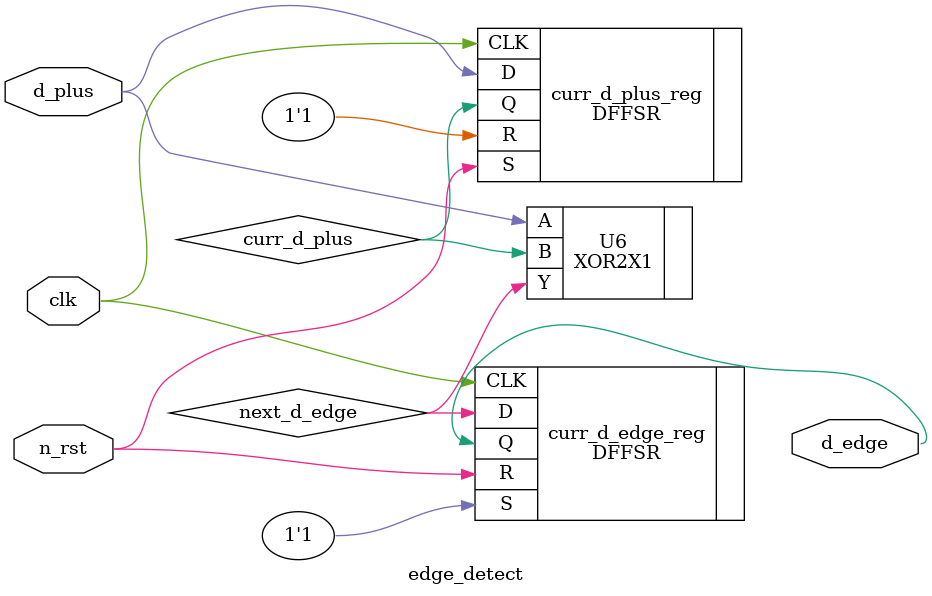
<source format=v>


module edge_detect ( clk, n_rst, d_plus, d_edge );
  input clk, n_rst, d_plus;
  output d_edge;
  wire   curr_d_plus, next_d_edge;

  DFFSR curr_d_plus_reg ( .D(d_plus), .CLK(clk), .R(1'b1), .S(n_rst), .Q(
        curr_d_plus) );
  DFFSR curr_d_edge_reg ( .D(next_d_edge), .CLK(clk), .R(n_rst), .S(1'b1), .Q(
        d_edge) );
  XOR2X1 U6 ( .A(d_plus), .B(curr_d_plus), .Y(next_d_edge) );
endmodule


</source>
